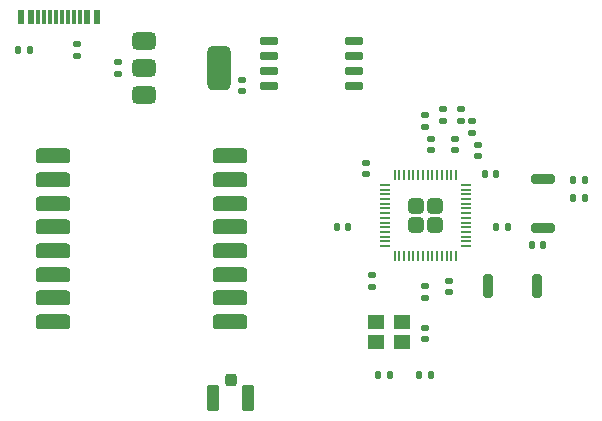
<source format=gbr>
%TF.GenerationSoftware,KiCad,Pcbnew,8.0.4*%
%TF.CreationDate,2024-07-31T14:07:18-04:00*%
%TF.ProjectId,board,626f6172-642e-46b6-9963-61645f706362,rev?*%
%TF.SameCoordinates,Original*%
%TF.FileFunction,Paste,Top*%
%TF.FilePolarity,Positive*%
%FSLAX46Y46*%
G04 Gerber Fmt 4.6, Leading zero omitted, Abs format (unit mm)*
G04 Created by KiCad (PCBNEW 8.0.4) date 2024-07-31 14:07:18*
%MOMM*%
%LPD*%
G01*
G04 APERTURE LIST*
G04 Aperture macros list*
%AMRoundRect*
0 Rectangle with rounded corners*
0 $1 Rounding radius*
0 $2 $3 $4 $5 $6 $7 $8 $9 X,Y pos of 4 corners*
0 Add a 4 corners polygon primitive as box body*
4,1,4,$2,$3,$4,$5,$6,$7,$8,$9,$2,$3,0*
0 Add four circle primitives for the rounded corners*
1,1,$1+$1,$2,$3*
1,1,$1+$1,$4,$5*
1,1,$1+$1,$6,$7*
1,1,$1+$1,$8,$9*
0 Add four rect primitives between the rounded corners*
20,1,$1+$1,$2,$3,$4,$5,0*
20,1,$1+$1,$4,$5,$6,$7,0*
20,1,$1+$1,$6,$7,$8,$9,0*
20,1,$1+$1,$8,$9,$2,$3,0*%
G04 Aperture macros list end*
%ADD10R,1.400000X1.200000*%
%ADD11RoundRect,0.317500X-1.157500X-0.317500X1.157500X-0.317500X1.157500X0.317500X-1.157500X0.317500X0*%
%ADD12RoundRect,0.375000X-0.625000X-0.375000X0.625000X-0.375000X0.625000X0.375000X-0.625000X0.375000X0*%
%ADD13RoundRect,0.500000X-0.500000X-1.400000X0.500000X-1.400000X0.500000X1.400000X-0.500000X1.400000X0*%
%ADD14RoundRect,0.200000X0.200000X0.800000X-0.200000X0.800000X-0.200000X-0.800000X0.200000X-0.800000X0*%
%ADD15RoundRect,0.200000X0.800000X-0.200000X0.800000X0.200000X-0.800000X0.200000X-0.800000X-0.200000X0*%
%ADD16RoundRect,0.135000X0.185000X-0.135000X0.185000X0.135000X-0.185000X0.135000X-0.185000X-0.135000X0*%
%ADD17RoundRect,0.135000X-0.135000X-0.185000X0.135000X-0.185000X0.135000X0.185000X-0.135000X0.185000X0*%
%ADD18RoundRect,0.135000X0.135000X0.185000X-0.135000X0.185000X-0.135000X-0.185000X0.135000X-0.185000X0*%
%ADD19RoundRect,0.250000X-0.250000X0.275000X-0.250000X-0.275000X0.250000X-0.275000X0.250000X0.275000X0*%
%ADD20RoundRect,0.250000X-0.275000X0.850000X-0.275000X-0.850000X0.275000X-0.850000X0.275000X0.850000X0*%
%ADD21RoundRect,0.140000X0.170000X-0.140000X0.170000X0.140000X-0.170000X0.140000X-0.170000X-0.140000X0*%
%ADD22RoundRect,0.140000X0.140000X0.170000X-0.140000X0.170000X-0.140000X-0.170000X0.140000X-0.170000X0*%
%ADD23RoundRect,0.140000X-0.140000X-0.170000X0.140000X-0.170000X0.140000X0.170000X-0.140000X0.170000X0*%
%ADD24RoundRect,0.140000X-0.170000X0.140000X-0.170000X-0.140000X0.170000X-0.140000X0.170000X0.140000X0*%
%ADD25R,0.600000X1.240000*%
%ADD26R,0.300000X1.240000*%
%ADD27RoundRect,0.135000X-0.185000X0.135000X-0.185000X-0.135000X0.185000X-0.135000X0.185000X0.135000X0*%
%ADD28RoundRect,0.150000X-0.650000X-0.150000X0.650000X-0.150000X0.650000X0.150000X-0.650000X0.150000X0*%
%ADD29RoundRect,0.249999X-0.395001X-0.395001X0.395001X-0.395001X0.395001X0.395001X-0.395001X0.395001X0*%
%ADD30RoundRect,0.050000X-0.387500X-0.050000X0.387500X-0.050000X0.387500X0.050000X-0.387500X0.050000X0*%
%ADD31RoundRect,0.050000X-0.050000X-0.387500X0.050000X-0.387500X0.050000X0.387500X-0.050000X0.387500X0*%
G04 APERTURE END LIST*
D10*
%TO.C,Y1*%
X67800000Y-60700000D03*
X70000000Y-60700000D03*
X70000000Y-59000000D03*
X67800000Y-59000000D03*
%TD*%
D11*
%TO.C,U4*%
X40450000Y-45000000D03*
X40450000Y-47000000D03*
X40450000Y-49000000D03*
X40450000Y-51000000D03*
X40450000Y-53000000D03*
X40450000Y-55000000D03*
X40450000Y-57000000D03*
X40450000Y-59000000D03*
X55500000Y-59000000D03*
X55500000Y-57000000D03*
X55500000Y-55000000D03*
X55500000Y-53000000D03*
X55500000Y-51000000D03*
X55500000Y-49000000D03*
X55500000Y-47000000D03*
X55500000Y-45000000D03*
%TD*%
D12*
%TO.C,U3*%
X48200000Y-35200000D03*
X48200000Y-37500000D03*
D13*
X54500000Y-37500000D03*
D12*
X48200000Y-39800000D03*
%TD*%
D14*
%TO.C,SW2*%
X81500000Y-56000000D03*
X77300000Y-56000000D03*
%TD*%
D15*
%TO.C,SW1*%
X82000000Y-51100000D03*
X82000000Y-46900000D03*
%TD*%
D16*
%TO.C,R8*%
X67500000Y-56020000D03*
X67500000Y-55000000D03*
%TD*%
D17*
%TO.C,R7*%
X71500000Y-63500000D03*
X72520000Y-63500000D03*
%TD*%
%TO.C,R6*%
X84480000Y-47000000D03*
X85500000Y-47000000D03*
%TD*%
D18*
%TO.C,R5*%
X85510000Y-48500000D03*
X84490000Y-48500000D03*
%TD*%
D19*
%TO.C,J1*%
X55525000Y-63925000D03*
D20*
X57000000Y-65450000D03*
X54050000Y-65450000D03*
%TD*%
D21*
%TO.C,C16*%
X72000000Y-60480000D03*
X72000000Y-59520000D03*
%TD*%
D22*
%TO.C,C15*%
X69000000Y-63500000D03*
X68040000Y-63500000D03*
%TD*%
D23*
%TO.C,C14*%
X81020000Y-52500000D03*
X81980000Y-52500000D03*
%TD*%
D24*
%TO.C,C13*%
X56500000Y-38540000D03*
X56500000Y-39500000D03*
%TD*%
D21*
%TO.C,C12*%
X46000000Y-37980000D03*
X46000000Y-37020000D03*
%TD*%
D25*
%TO.C,P1*%
X44200000Y-33225000D03*
X43400000Y-33225000D03*
D26*
X42250000Y-33225000D03*
X41250000Y-33225000D03*
X40750000Y-33225000D03*
X39750000Y-33225000D03*
D25*
X38600000Y-33225000D03*
X37800000Y-33225000D03*
X37800000Y-33225000D03*
X38600000Y-33225000D03*
D26*
X39250000Y-33225000D03*
X40250000Y-33225000D03*
X41750000Y-33225000D03*
X42750000Y-33225000D03*
D25*
X43400000Y-33225000D03*
X44200000Y-33225000D03*
%TD*%
D18*
%TO.C,R4*%
X37480000Y-35980000D03*
X38500000Y-35980000D03*
%TD*%
D27*
%TO.C,R3*%
X42500000Y-35490000D03*
X42500000Y-36510000D03*
%TD*%
%TO.C,R2*%
X73510000Y-40990000D03*
X73510000Y-42010000D03*
%TD*%
%TO.C,R1*%
X75000000Y-40990000D03*
X75000000Y-42010000D03*
%TD*%
D21*
%TO.C,C11*%
X74500000Y-44480000D03*
X74500000Y-43520000D03*
%TD*%
%TO.C,C10*%
X72000000Y-42480000D03*
X72000000Y-41520000D03*
%TD*%
D24*
%TO.C,C9*%
X74000000Y-55520000D03*
X74000000Y-56480000D03*
%TD*%
D21*
%TO.C,C8*%
X76000000Y-43000000D03*
X76000000Y-42040000D03*
%TD*%
D24*
%TO.C,C7*%
X76500000Y-44040000D03*
X76500000Y-45000000D03*
%TD*%
%TO.C,C6*%
X72500000Y-43520000D03*
X72500000Y-44480000D03*
%TD*%
%TO.C,C5*%
X67000000Y-45520000D03*
X67000000Y-46480000D03*
%TD*%
D23*
%TO.C,C4*%
X65460000Y-51000000D03*
X64500000Y-51000000D03*
%TD*%
D21*
%TO.C,C3*%
X72000000Y-56960000D03*
X72000000Y-56000000D03*
%TD*%
D22*
%TO.C,C2*%
X78980000Y-51000000D03*
X78020000Y-51000000D03*
%TD*%
%TO.C,C1*%
X78000000Y-46500000D03*
X77040000Y-46500000D03*
%TD*%
D28*
%TO.C,U2*%
X58800000Y-35190000D03*
X58800000Y-36460000D03*
X58800000Y-37730000D03*
X58800000Y-39000000D03*
X66000000Y-39000000D03*
X66000000Y-37730000D03*
X66000000Y-36460000D03*
X66000000Y-35190000D03*
%TD*%
D29*
%TO.C,U1*%
X71200000Y-49200000D03*
X71200000Y-50800000D03*
X72800000Y-49200000D03*
X72800000Y-50800000D03*
D30*
X68562500Y-47400000D03*
X68562500Y-47800000D03*
X68562500Y-48200000D03*
X68562500Y-48600000D03*
X68562500Y-49000000D03*
X68562500Y-49400000D03*
X68562500Y-49800000D03*
X68562500Y-50200000D03*
X68562500Y-50600000D03*
X68562500Y-51000000D03*
X68562500Y-51400000D03*
X68562500Y-51800000D03*
X68562500Y-52200000D03*
X68562500Y-52600000D03*
D31*
X69400000Y-53437500D03*
X69800000Y-53437500D03*
X70200000Y-53437500D03*
X70600000Y-53437500D03*
X71000000Y-53437500D03*
X71400000Y-53437500D03*
X71800000Y-53437500D03*
X72200000Y-53437500D03*
X72600000Y-53437500D03*
X73000000Y-53437500D03*
X73400000Y-53437500D03*
X73800000Y-53437500D03*
X74200000Y-53437500D03*
X74600000Y-53437500D03*
D30*
X75437500Y-52600000D03*
X75437500Y-52200000D03*
X75437500Y-51800000D03*
X75437500Y-51400000D03*
X75437500Y-51000000D03*
X75437500Y-50600000D03*
X75437500Y-50200000D03*
X75437500Y-49800000D03*
X75437500Y-49400000D03*
X75437500Y-49000000D03*
X75437500Y-48600000D03*
X75437500Y-48200000D03*
X75437500Y-47800000D03*
X75437500Y-47400000D03*
D31*
X74600000Y-46562500D03*
X74200000Y-46562500D03*
X73800000Y-46562500D03*
X73400000Y-46562500D03*
X73000000Y-46562500D03*
X72600000Y-46562500D03*
X72200000Y-46562500D03*
X71800000Y-46562500D03*
X71400000Y-46562500D03*
X71000000Y-46562500D03*
X70600000Y-46562500D03*
X70200000Y-46562500D03*
X69800000Y-46562500D03*
X69400000Y-46562500D03*
%TD*%
M02*

</source>
